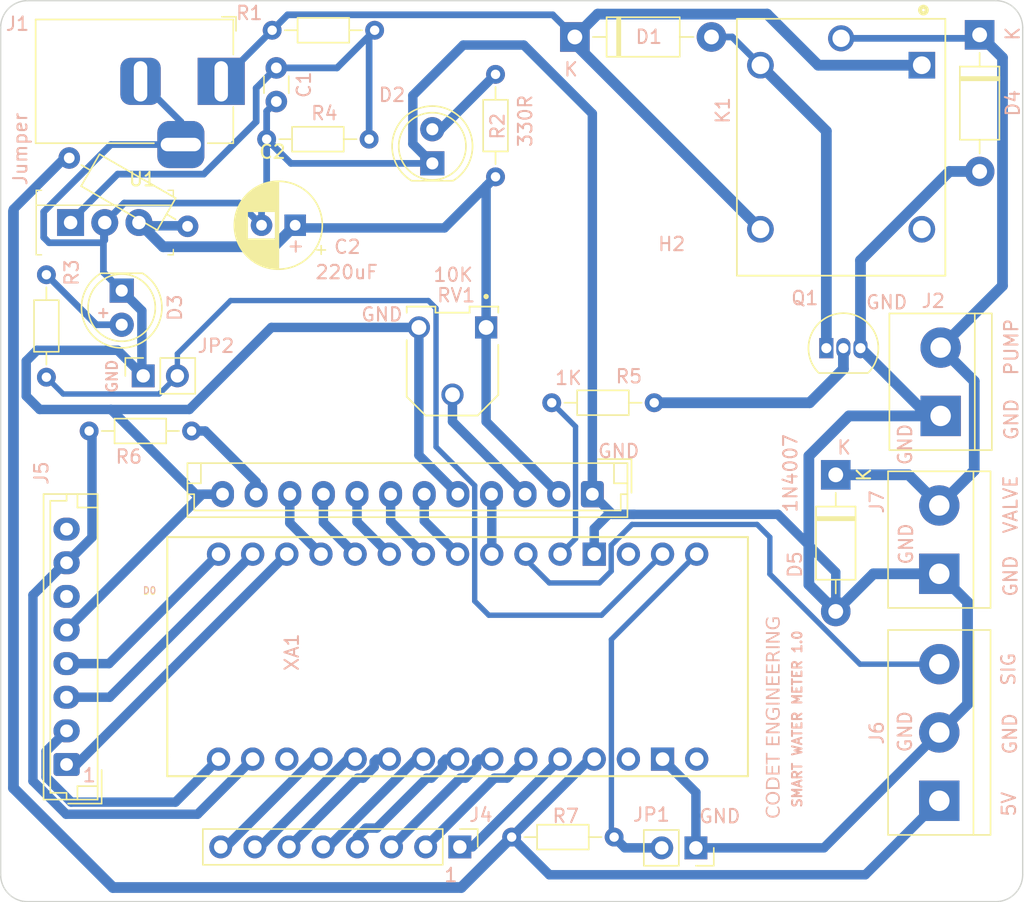
<source format=kicad_pcb>
(kicad_pcb (version 20221018) (generator pcbnew)
  (layers (0 "F.Cu" signal) (31 "B.Cu" signal) (34 "B.Paste" user) (35 "F.Paste" user) (36 "B.SilkS" user "B.Silkscreen") (37 "F.SilkS" user "F.Silkscreen") (38 "B.Mask" user) (39 "F.Mask" user) (44 "Edge.Cuts" user))
  (net 0 "")
  (net 1 "GND")
  (net 2 "5V")
  (net 3 "12V")
  (net 4 "Net-(D1-A)")
  (net 5 "Net-(D2-A)")
  (net 6 "Net-(D3-A)")
  (net 7 "Net-(D4-K)")
  (net 8 "Net-(J3-Pin_3)")
  (net 9 "Net-(J3-Pin_4)")
  (net 10 "Net-(J3-Pin_6)")
  (net 11 "Net-(J3-Pin_7)")
  (net 12 "Net-(J3-Pin_8)")
  (net 13 "Net-(J3-Pin_9)")
  (net 14 "Net-(J3-Pin_10)")
  (net 15 "Net-(J3-Pin_11)")
  (net 16 "Net-(J4-Pin_1)")
  (net 17 "Net-(J4-Pin_2)")
  (net 18 "Net-(J4-Pin_3)")
  (net 19 "Net-(J4-Pin_4)")
  (net 20 "Net-(J4-Pin_5)")
  (net 21 "Net-(J4-Pin_6)")
  (net 22 "Net-(J4-Pin_7)")
  (net 23 "Net-(J4-Pin_8)")
  (net 24 "Net-(J5-Pin_1)")
  (net 25 "Net-(J5-Pin_2)")
  (net 26 "Net-(J5-Pin_3)")
  (net 27 "Net-(J5-Pin_4)")
  (net 29 "Net-(J5-Pin_7)")
  (net 31 "SIGNAL")
  (net 33 "Net-(Q1-B)")
  (net 34 "PUMP CONTROL")
  (net 35 "START")
  (net 40 "Net-(U1-IN)")
  (net 41 "Buzzer")
  (footprint "Connector_JST:JST_EH_B8B-EH-A_1x08_P2.50mm_Vertical" (layer "F.Cu") (at 105.235786 111.745786 90)
    (fp_text reference "J5" (at 21.67 -1.87 90) (layer "B.SilkS"))
    (fp_text value "Conn_01x08_Pin" hide)
    (pad "1" thru_hole roundrect (at 0 0 90) (size 1.7 1.95) (drill 0.95) (layers "*.Cu" "*.Mask") (roundrect_rratio 0.1470588235) (net 24 "Net-(J5-Pin_1)"))
    (pad "2" thru_hole oval (at 2.5 0 90) (size 1.7 1.95) (drill 0.95) (layers "*.Cu" "*.Mask") (net 25 "Net-(J5-Pin_2)"))
    (pad "3" thru_hole oval (at 5 0 90) (size 1.7 1.95) (drill 0.95) (layers "*.Cu" "*.Mask") (net 26 "Net-(J5-Pin_3)"))
    (pad "4" thru_hole oval (at 7.5 0 90) (size 1.7 1.95) (drill 0.95) (layers "*.Cu" "*.Mask") (net 27 "Net-(J5-Pin_4)"))
    (pad "5" thru_hole oval (at 10 0 90) (size 1.7 1.95) (drill 0.95) (layers "*.Cu" "*.Mask") (net 1 "GND"))
    (pad "6" thru_hole oval (at 12.5 0 90) (size 1.7 1.95) (drill 0.95) (layers "*.Cu" "*.Mask"))
    (pad "7" thru_hole oval (at 15 0 90) (size 1.7 1.95) (drill 0.95) (layers "*.Cu" "*.Mask") (net 29 "Net-(J5-Pin_7)"))
    (pad "8" thru_hole oval (at 17.5 0 90) (size 1.7 1.95) (drill 0.95) (layers "*.Cu" "*.Mask"))
  )
  (footprint "Connector_BarrelJack:BarrelJack_Horizontal" (layer "F.Cu") (at 116.735786 60.945786)
    (fp_text reference "J1" (at -15.15 -4.28) (layer "B.SilkS"))
    (fp_text value "Barrel_Jack_Switch" hide)
    (pad "1" thru_hole rect (at 0 0) (size 3.5 3.5) (drill oval 1 3) (layers "*.Cu" "*.Mask") (net 3 "12V"))
    (pad "2" thru_hole roundrect (at -6 0) (size 3 3.5) (drill oval 1 3) (layers "*.Cu" "*.Mask") (net 1 "GND"))
    (pad "3" thru_hole roundrect (at -3 4.7) (size 3.5 3.5) (drill oval 3 1) (layers "*.Cu" "*.Mask") (net 1 "GND"))
  )
  (footprint "Resistor_THT:R_Axial_DIN0204_L3.6mm_D1.6mm_P7.62mm_Horizontal" (layer "F.Cu") (at 137.135786 68.045786 90)
    (fp_text reference "R2" (at 3.76 0.15 90) (layer "B.SilkS"))
    (fp_text value "330R" (at 4.16 2.21 90) (layer "B.SilkS"))
    (pad "1" thru_hole circle (at 0 0 90) (size 1.4 1.4) (drill 0.7) (layers "*.Cu" "*.Mask") (net 2 "5V"))
    (pad "2" thru_hole oval (at 7.62 0 90) (size 1.4 1.4) (drill 0.7) (layers "*.Cu" "*.Mask") (net 5 "Net-(D2-A)"))
  )
  (footprint "MountingHole:MountingHole_2.1mm" (layer "F.Cu") (at 150.235786 76.245786)
    (fp_text reference "H2" (at 0 -3.2) (layer "B.SilkS"))
    (fp_text value "MountingHole" hide)
    (pad "" np_thru_hole circle (at 0 0) (size 2.1 2.1) (drill 2.1) (layers "*.Cu" "*.Mask"))
  )
  (footprint "TerminalBlock:TerminalBlock_bornier-2_P5.08mm" (layer "F.Cu") (at 170.135786 97.565786 90)
    (fp_text reference "J7" hide)
    (fp_text value "Screw_Terminal_01x02" hide)
    (fp_text user "${REFERENCE}" (at 5.35 -4.64 90) (layer "B.SilkS"))
    (pad "1" thru_hole rect (at 0 0 90) (size 3 3) (drill 1.52) (layers "*.Cu" "*.Mask") (net 1 "GND"))
    (pad "2" thru_hole circle (at 5.08 0 90) (size 3 3) (drill 1.52) (layers "*.Cu" "*.Mask") (net 7 "Net-(D4-K)"))
  )
  (footprint "SRD-05VDC-SL-C:RELAY_SRD-05VDC-SL-C" (layer "F.Cu") (at 162.835786 65.845786 -90)
    (fp_text reference "K1" (at -2.74 8.8 90) (layer "B.SilkS") (effects (font (size 1.000094 1.000094))))
    (fp_text value "SRD-05VDC-SL-C" hide)
    (pad "A1" thru_hole rect (at -6.1 -6 270) (size 1.98 1.98) (drill 1.32) (layers "*.Cu" "*.Mask") (net 3 "12V"))
    (pad "A2" thru_hole circle (at -6.1 6 270) (size 1.98 1.98) (drill 1.32) (layers "*.Cu" "*.Mask") (net 4 "Net-(D1-A)"))
    (pad "COM" thru_hole circle (at -8.1 0 270) (size 1.935 1.935) (drill 1.29) (layers "*.Cu" "*.Mask") (net 7 "Net-(D4-K)"))
    (pad "NC" thru_hole circle (at 6.1 -6 270) (size 1.98 1.98) (drill 1.32) (layers "*.Cu" "*.Mask"))
    (pad "NO" thru_hole circle (at 6.1 6 270) (size 1.98 1.98) (drill 1.32) (layers "*.Cu" "*.Mask") (net 3 "12V"))
  )
  (footprint "Resistor_THT:R_Axial_DIN0207_L6.3mm_D2.5mm_P10.16mm_Horizontal" (layer "F.Cu") (at 105.435786 66.645786 -30)
    (fp_text reference "Jumper" (at -3.487332 1.239763 -90) (layer "B.SilkS"))
    (fp_text value "220R")
    (pad "1" thru_hole circle (at 0 0 330) (size 1.6 1.6) (drill 0.8) (layers "*.Cu" "*.Mask") (net 2 "5V"))
    (pad "2" thru_hole oval (at 10.16 0 330) (size 1.6 1.6) (drill 0.8) (layers "*.Cu" "*.Mask") (net 2 "5V"))
  )
  (footprint "Resistor_THT:R_Axial_DIN0204_L3.6mm_D1.6mm_P7.62mm_Horizontal" (layer "F.Cu") (at 148.935786 84.845786 180)
    (fp_text reference "R5" (at 1.88 1.96) (layer "B.SilkS"))
    (fp_text value "1K" (at 6.38 1.84) (layer "B.SilkS"))
    (pad "1" thru_hole circle (at 0 0 180) (size 1.4 1.4) (drill 0.7) (layers "*.Cu" "*.Mask") (net 33 "Net-(Q1-B)"))
    (pad "2" thru_hole oval (at 7.62 0 180) (size 1.4 1.4) (drill 0.7) (layers "*.Cu" "*.Mask") (net 34 "PUMP CONTROL"))
  )
  (footprint "Diode_THT:D_DO-41_SOD81_P10.16mm_Horizontal" (layer "F.Cu") (at 162.435786 90.205786 -90)
    (fp_text reference "D5" (at 6.67 3.03 90) (layer "B.SilkS"))
    (fp_text value "1N4007" (at -0.12 3.37 90) (layer "B.SilkS"))
    (fp_text user "SMART WATER METER 1.0" (at 18.16 2.87 90) (layer "B.SilkS") (effects (font (size 0.7 0.7))))
    (fp_text user "CODET ENGINEERING" (at 18.03 4.59 90) (layer "B.SilkS"))
    (fp_text user "K" (at 0 -2.1 90) (layer "F.SilkS"))
    (pad "1" thru_hole rect (at 0 0 270) (size 2.2 2.2) (drill 1.1) (layers "*.Cu" "*.Mask") (net 7 "Net-(D4-K)"))
    (pad "2" thru_hole oval (at 10.16 0 270) (size 2.2 2.2) (drill 1.1) (layers "*.Cu" "*.Mask") (net 1 "GND"))
  )
  (footprint "MountingHole:MountingHole_2.1mm" (layer "F.Cu") (at 110.235786 118.045786)
    (fp_text reference "H1" hide)
    (fp_text value "MountingHole" hide)
    (pad "" np_thru_hole circle (at 0 0) (size 2.1 2.1) (drill 2.1) (layers "*.Cu" "*.Mask"))
  )
  (footprint "Capacitor_THT:C_Disc_D3.0mm_W1.6mm_P2.50mm" (layer "F.Cu") (at 120.835786 59.945786 -90)
    (fp_text reference "C1" (at 1.25 -2.05 90) (layer "B.SilkS"))
    (fp_text value "0.1uF" hide)
    (pad "1" thru_hole circle (at 0 0 270) (size 1.6 1.6) (drill 0.8) (layers "*.Cu" "*.Mask") (net 40 "Net-(U1-IN)"))
    (pad "2" thru_hole circle (at 2.5 0 270) (size 1.6 1.6) (drill 0.8) (layers "*.Cu" "*.Mask") (net 1 "GND"))
  )
  (footprint "Diode_THT:D_DO-41_SOD81_P10.16mm_Horizontal" (layer "F.Cu") (at 173.135786 57.485786 -90)
    (fp_text reference "D4" (at 5.08 -2.47 90) (layer "B.SilkS"))
    (fp_text value "1N4007")
    (fp_text user "K" (at -0.08 -2.46 90) (layer "B.SilkS"))
    (pad "1" thru_hole rect (at 0 0 270) (size 2.2 2.2) (drill 1.1) (layers "*.Cu" "*.Mask") (net 7 "Net-(D4-K)"))
    (pad "2" thru_hole oval (at 10.16 0 270) (size 2.2 2.2) (drill 1.1) (layers "*.Cu" "*.Mask") (net 1 "GND"))
  )
  (footprint "Diode_THT:D_DO-41_SOD81_P10.16mm_Horizontal" (layer "F.Cu") (at 143.035786 57.645786)
    (fp_text reference "D1" (at 5.5 -0.01) (layer "B.SilkS"))
    (fp_text value "1N4007")
    (fp_text user "GND" (at 23.19 19.73) (layer "B.SilkS"))
    (fp_text user "K" (at -0.29 2.41) (layer "B.SilkS"))
    (fp_text user "K" (at 20.02 30.53) (layer "B.SilkS"))
    (pad "1" thru_hole rect (at 0 0) (size 2.2 2.2) (drill 1.1) (layers "*.Cu" "*.Mask") (net 3 "12V"))
    (pad "2" thru_hole oval (at 10.16 0) (size 2.2 2.2) (drill 1.1) (layers "*.Cu" "*.Mask") (net 4 "Net-(D1-A)"))
  )
  (footprint "Connector_PinSocket_2.54mm:PinSocket_1x02_P2.54mm_Vertical" (layer "F.Cu") (at 110.935786 82.845786 90)
    (fp_text reference "JP2" (at 2.23 5.41 180) (layer "B.SilkS"))
    (fp_text value "Jumper_2_Open" hide)
    (pad "1" thru_hole rect (at 0 0 90) (size 1.7 1.7) (drill 1) (layers "*.Cu" "*.Mask") (net 1 "GND"))
    (pad "2" thru_hole oval (at 0 2.54 90) (size 1.7 1.7) (drill 1) (layers "*.Cu" "*.Mask") (net 41 "Buzzer"))
  )
  (footprint "Resistor_THT:R_Axial_DIN0204_L3.6mm_D1.6mm_P7.62mm_Horizontal" (layer "F.Cu") (at 138.335786 117.145786)
    (fp_text reference "R7" (at 4.02 -1.57) (layer "B.SilkS"))
    (fp_text value "R")
    (pad "1" thru_hole circle (at 0 0) (size 1.4 1.4) (drill 0.7) (layers "*.Cu" "*.Mask") (net 2 "5V"))
    (pad "2" thru_hole oval (at 7.62 0) (size 1.4 1.4) (drill 0.7) (layers "*.Cu" "*.Mask") (net 35 "START"))
  )
  (footprint "Package_TO_SOT_THT:TO-92_Inline" (layer "F.Cu") (at 161.735786 80.785786)
    (fp_text reference "Q1" (at -1.6 -3.72) (layer "B.SilkS"))
    (fp_text value "BC547" hide)
    (pad "1" thru_hole rect (at 0 0) (size 1.05 1.5) (drill 0.75) (layers "*.Cu" "*.Mask") (net 4 "Net-(D1-A)"))
    (pad "2" thru_hole oval (at 1.27 0) (size 1.05 1.5) (drill 0.75) (layers "*.Cu" "*.Mask") (net 33 "Net-(Q1-B)"))
    (pad "3" thru_hole oval (at 2.54 0) (size 1.05 1.5) (drill 0.75) (layers "*.Cu" "*.Mask") (net 1 "GND"))
  )
  (footprint "Connector_JST:JST_EH_B12B-EH-A_1x12_P2.50mm_Vertical" (layer "F.Cu") (at 144.335786 91.645786 180)
    (fp_text reference "J3" hide)
    (fp_text value "Conn_01x12_Pin" hide)
    (pad "1" thru_hole roundrect (at 0 0 180) (size 1.7 1.95) (drill 0.95) (layers "*.Cu" "*.Mask") (roundrect_rratio 0.1470588235) (net 1 "GND"))
    (pad "2" thru_hole oval (at 2.5 0 180) (size 1.7 1.95) (drill 0.95) (layers "*.Cu" "*.Mask") (net 2 "5V"))
    (pad "3" thru_hole oval (at 5 0 180) (size 1.7 1.95) (drill 0.95) (layers "*.Cu" "*.Mask") (net 8 "Net-(J3-Pin_3)"))
    (pad "4" thru_hole oval (at 7.5 0 180) (size 1.7 1.95) (drill 0.95) (layers "*.Cu" "*.Mask") (net 9 "Net-(J3-Pin_4)"))
    (pad "5" thru_hole oval (at 10 0 180) (size 1.7 1.95) (drill 0.95) (layers "*.Cu" "*.Mask") (net 1 "GND"))
    (pad "6" thru_hole oval (at 12.5 0 180) (size 1.7 1.95) (drill 0.95) (layers "*.Cu" "*.Mask") (net 10 "Net-(J3-Pin_6)"))
    (pad "7" thru_hole oval (at 15 0 180) (size 1.7 1.95) (drill 0.95) (layers "*.Cu" "*.Mask") (net 11 "Net-(J3-Pin_7)"))
    (pad "8" thru_hole oval (at 17.5 0 180) (size 1.7 1.95) (drill 0.95) (layers "*.Cu" "*.Mask") (net 12 "Net-(J3-Pin_8)"))
    (pad "9" thru_hole oval (at 20 0 180) (size 1.7 1.95) (drill 0.95) (layers "*.Cu" "*.Mask") (net 13 "Net-(J3-Pin_9)"))
    (pad "10" thru_hole oval (at 22.5 0 180) (size 1.7 1.95) (drill 0.95) (layers "*.Cu" "*.Mask") (net 14 "Net-(J3-Pin_10)"))
    (pad "11" thru_hole oval (at 25 0 180) (size 1.7 1.95) (drill 0.95) (layers "*.Cu" "*.Mask") (net 15 "Net-(J3-Pin_11)"))
    (pad "12" thru_hole oval (at 27.5 0 180) (size 1.7 1.95) (drill 0.95) (layers "*.Cu" "*.Mask") (net 1 "GND"))
  )
  (footprint "LED_THT:LED_D5.0mm" (layer "F.Cu") (at 109.335786 76.505786 -90)
    (fp_text reference "D3" (at 1.27 -3.96 90) (layer "B.SilkS"))
    (fp_text value "LED" hide)
    (pad "1" thru_hole rect (at 0 0 270) (size 1.8 1.8) (drill 0.9) (layers "*.Cu" "*.Mask") (net 1 "GND"))
    (pad "2" thru_hole circle (at 2.54 0 270) (size 1.8 1.8) (drill 0.9) (layers "*.Cu" "*.Mask") (net 6 "Net-(D3-A)"))
  )
  (footprint "TerminalBlock:TerminalBlock_bornier-3_P5.08mm" (layer "F.Cu") (at 170.135786 114.445786 90)
    (fp_text reference "J6" (at 5.05 -4.65 90) (layer "B.SilkS"))
    (fp_text value "Screw_Terminal_01x03" hide)
    (pad "1" thru_hole rect (at 0 0 90) (size 3 3) (drill 1.52) (layers "*.Cu" "*.Mask") (net 2 "5V"))
    (pad "2" thru_hole circle (at 5.08 0 90) (size 3 3) (drill 1.52) (layers "*.Cu" "*.Mask") (net 1 "GND"))
    (pad "3" thru_hole circle (at 10.16 0 90) (size 3 3) (drill 1.52) (layers "*.Cu" "*.Mask") (net 31 "SIGNAL"))
  )
  (footprint "Connector_PinHeader_2.54mm:PinHeader_1x08_P2.54mm_Vertical" (layer "F.Cu") (at 134.480786 117.875786 -90)
    (fp_text reference "J4" (at -2.38 -1.565 -180) (layer "B.SilkS"))
    (fp_text value "Conn_01x07_Pin" hide)
    (fp_text user "1" (at 2.1 0.665 180) (layer "B.SilkS"))
    (fp_text user "1" (at -5.33 27.555 180) (layer "B.SilkS"))
    (pad "1" thru_hole rect (at 0 0 270) (size 1.7 1.7) (drill 1) (layers "*.Cu" "*.Mask") (net 16 "Net-(J4-Pin_1)"))
    (pad "2" thru_hole oval (at 0 2.54 270) (size 1.7 1.7) (drill 1) (layers "*.Cu" "*.Mask") (net 17 "Net-(J4-Pin_2)"))
    (pad "3" thru_hole oval (at 0 5.08 270) (size 1.7 1.7) (drill 1) (layers "*.Cu" "*.Mask") (net 18 "Net-(J4-Pin_3)"))
    (pad "4" thru_hole oval (at 0 7.62 270) (size 1.7 1.7) (drill 1) (layers "*.Cu" "*.Mask") (net 19 "Net-(J4-Pin_4)"))
    (pad "5" thru_hole oval (at 0 10.16 270) (size 1.7 1.7) (drill 1) (layers "*.Cu" "*.Mask") (net 20 "Net-(J4-Pin_5)"))
    (pad "6" thru_hole oval (at 0 12.7 270) (size 1.7 1.7) (drill 1) (layers "*.Cu" "*.Mask") (net 21 "Net-(J4-Pin_6)"))
    (pad "7" thru_hole oval (at 0 15.24 270) (size 1.7 1.7) (drill 1) (layers "*.Cu" "*.Mask") (net 22 "Net-(J4-Pin_7)"))
    (pad "8" thru_hole oval (at 0 17.78 270) (size 1.7 1.7) (drill 1) (layers "*.Cu" "*.Mask") (net 23 "Net-(J4-Pin_8)"))
  )
  (footprint "arduino-library:Arduino_Nano_Every_Socket" (layer "F.Cu") (at 112.725786 103.725786 -90)
    (fp_text reference "XA1" (at -0.33 -9.26 90) (layer "B.SilkS"))
    (fp_text value "Arduino_Nano_Every_Socket")
    (fp_text user "D0" (at -4.98 1.32 -180 unlocked) (layer "B.SilkS") (effects (font (size 0.5 0.5) (thickness 0.075)) (justify mirror)))
    (fp_text user "D0" (at -4.85 1.32 unlocked) (layer "F.SilkS") (effects (font (size 0.5 0.5) (thickness 0.075))))
    (pad "" np_thru_hole circle (at -7.62 -41.91 270) (size 1.8 1.8) (drill 1.8) (layers "*.Cu" "*.Mask"))
    (pad "" np_thru_hole circle (at -7.62 -1.27 270) (size 1.8 1.8) (drill 1.8) (layers "*.Cu" "*.Mask"))
    (pad "" np_thru_hole circle (at 7.62 -41.91 270) (size 1.8 1.8) (drill 1.8) (layers "*.Cu" "*.Mask"))
    (pad "" np_thru_hole circle (at 7.62 -1.27 270) (size 1.8 1.8) (drill 1.8) (layers "*.Cu" "*.Mask"))
    (pad "3V3" thru_hole circle (at 7.62 -6.35 270) (size 1.7272 1.7272) (drill 1.016) (layers "*.Cu" "*.Mask") (net 29 "Net-(J5-Pin_7)"))
    (pad "5V" thru_hole circle (at 7.62 -31.75 270) (size 1.7272 1.7272) (drill 1.016) (layers "*.Cu" "*.Mask") (net 2 "5V"))
    (pad "A0" thru_hole circle (at 7.62 -11.43 270) (size 1.7272 1.7272) (drill 1.016) (layers "*.Cu" "*.Mask") (net 23 "Net-(J4-Pin_8)"))
    (pad "A1" thru_hole circle (at 7.62 -13.97 270) (size 1.7272 1.7272) (drill 1.016) (layers "*.Cu" "*.Mask") (net 22 "Net-(J4-Pin_7)"))
    (pad "A2" thru_hole circle (at 7.62 -16.51 270) (size 1.7272 1.7272) (drill 1.016) (layers "*.Cu" "*.Mask") (net 21 "Net-(J4-Pin_6)"))
    (pad "A3" thru_hole circle (at 7.62 -19.05 270) (size 1.7272 1.7272) (drill 1.016) (layers "*.Cu" "*.Mask") (net 20 "Net-(J4-Pin_5)"))
    (pad "A4" thru_hole circle (at 7.62 -21.59 270) (size 1.7272 1.7272) (drill 1.016) (layers "*.Cu" "*.Mask") (net 19 "Net-(J4-Pin_4)"))
    (pad "A5" thru_hole circle (at 7.62 -24.13 270) (size 1.7272 1.7272) (drill 1.016) (layers "*.Cu" "*.Mask") (net 18 "Net-(J4-Pin_3)"))
    (pad "A6" thru_hole circle (at 7.62 -26.67 270) (size 1.7272 1.7272) (drill 1.016) (layers "*.Cu" "*.Mask") (net 17 "Net-(J4-Pin_2)"))
    (pad "A7" thru_hole circle (at 7.62 -29.21 270) (size 1.7272 1.7272) (drill 1.016) (layers "*.Cu" "*.Mask") (net 16 "Net-(J4-Pin_1)"))
    (pad "AREF" thru_hole circle (at 7.62 -8.89 270) (size 1.7272 1.7272) (drill 1.016) (layers "*.Cu" "*.Mask"))
    (pad "D0" thru_hole circle (at -7.62 -36.83 270) (size 1.7272 1.7272) (drill 1.016) (layers "*.Cu" "*.Mask") (net 41 "Buzzer"))
    (pad "D1" thru_hole circle (at -7.62 -39.37 270) (size 1.7272 1.7272) (drill 1.016) (layers "*.Cu" "*.Mask") (net 35 "START"))
    (pad "D2" thru_hole circle (at -7.62 -29.21 270) (size 1.7272 1.7272) (drill 1.016) (layers "*.Cu" "*.Mask") (net 34 "PUMP CONTROL"))
    (pad "D3" thru_hole circle (at -7.62 -26.67 270) (size 1.7272 1.7272) (drill 1.016) (layers "*.Cu" "*.Mask") (net 31 "SIGNAL"))
    (pad "D4" thru_hole circle (at -7.62 -24.13 270) (size 1.7272 1.7272) (drill 1.016) (layers "*.Cu" "*.Mask") (net 9 "Net-(J3-Pin_4)"))
    (pad "D5" thru_hole circle (at -7.62 -21.59 270) (size 1.7272 1.7272) (drill 1.016) (layers "*.Cu" "*.Mask") (net 10 "Net-(J3-Pin_6)"))
    (pad "D6" thru_hole circle (at -7.62 -19.05 270) (size 1.7272 1.7272) (drill 1.016) (layers "*.Cu" "*.Mask") (net 11 "Net-(J3-Pin_7)"))
    (pad "D7" thru_hole circle (at -7.62 -16.51 270) (size 1.7272 1.7272) (drill 1.016) (layers "*.Cu" "*.Mask") (net 12 "Net-(J3-Pin_8)"))
    (pad "D8" thru_hole circle (at -7.62 -13.97 270) (size 1.7272 1.7272) (drill 1.016) (layers "*.Cu" "*.Mask") (net 13 "Net-(J3-Pin_9)"))
    (pad "D9" thru_hole circle (at -7.62 -11.43 270) (size 1.7272 1.7272) (drill 1.016) (layers "*.Cu" "*.Mask") (net 14 "Net-(J3-Pin_10)"))
    (pad "D10" thru_hole circle (at -7.62 -8.89 270) (size 1.7272 1.7272) (drill 1.016) (layers "*.Cu" "*.Mask") (net 24 "Net-(J5-Pin_1)"))
    (pad "D11" thru_hole circle (at -7.62 -6.35 270) (size 1.7272 1.7272) (drill 1.016) (layers "*.Cu" "*.Mask") (net 26 "Net-(J5-Pin_3)"))
    (pad "D12" thru_hole circle (at -7.62 -3.81 270) (size 1.7272 1.7272) (drill 1.016) (layers "*.Cu" "*.Mask") (net 27 "Net-(J5-Pin_4)"))
    (pad "D13" thru_hole circle (at 7.62 -3.81 270) (size 1.7272 1.7272) (drill 1.016) (layers "*.Cu" "*.Mask") (net 25 "Net-(J5-Pin_2)"))
    (pad "GND1" thru_hole rect (at -7.62 -31.75 270) (size 1.7272 1.7272) (drill 1.016) (layers "*.Cu" "*.Mask") (net 1 "GND"))
    (pad "GND2" thru_hole rect (at 7.62 -36.83 270) (size 1.7272 1.7272) (drill 1.016) (layers "*.Cu" "*.Mask") (net 1 "GND"))
    (pad "RST1" thru_hole circle (at -7.62 -34.29 270) (size 1.7272 1.7272) (drill 1.016) (layers "*.Cu" "*.Mask"))
    (pad "RST2" thru_hole circle (at 7.62 -34.29 270) (size 1.7272 1.7272) (drill 1.016) (layers "*.Cu" "*.Mask"))
    (pad "VIN" thru_hole circle (at 7.62 -39.37 270) (size 1.7272 1.7272) (drill 1.016) (layers "*.Cu" "*.Mask"))
  )
  (footprint "Resistor_THT:R_Axial_DIN0204_L3.6mm_D1.6mm_P7.62mm_Horizontal" (layer "F.Cu") (at 120.525786 57.145786)
    (fp_text reference "R1" (at -1.7 -1.28) (layer "B.SilkS"))
    (fp_text value "R")
    (pad "1" thru_hole circle (at 0 0) (size 1.4 1.4) (drill 0.7) (layers "*.Cu" "*.Mask") (net 3 "12V"))
    (pad "2" thru_hole oval (at 7.62 0) (size 1.4 1.4) (drill 0.7) (layers "*.Cu" "*.Mask") (net 40 "Net-(U1-IN)"))
  )
  (footprint "Resistor_THT:R_Axial_DIN0204_L3.6mm_D1.6mm_P7.62mm_Horizontal" (layer "F.Cu") (at 127.735786 65.245786 180)
    (fp_text reference "R4" (at 3.33 1.93) (layer "B.SilkS"))
    (fp_text value "R")
    (pad "1" thru_hole circle (at 0 0 180) (size 1.4 1.4) (drill 0.7) (layers "*.Cu" "*.Mask") (net 40 "Net-(U1-IN)"))
    (pad "2" thru_hole oval (at 7.62 0 180) (size 1.4 1.4) (drill 0.7) (layers "*.Cu" "*.Mask") (net 1 "GND"))
  )
  (footprint "TerminalBlock:TerminalBlock_bornier-2_P5.08mm" (layer "F.Cu") (at 170.235786 85.825786 90)
    (fp_text reference "J2" (at 8.55 -0.55 180) (layer "B.SilkS"))
    (fp_text value "Screw_Terminal_01x02" hide)
    (pad "1" thru_hole rect (at 0 0 90) (size 3 3) (drill 1.52) (layers "*.Cu" "*.Mask") (net 1 "GND"))
    (pad "2" thru_hole circle (at 5.08 0 90) (size 3 3) (drill 1.52) (layers "*.Cu" "*.Mask") (net 7 "Net-(D4-K)"))
  )
  (footprint "3306F-1-103:TRIM_3306F-1-103" (layer "F.Cu") (at 133.935786 81.745786 90)
    (fp_text reference "RV1" (at 4.89 0.27 180) (layer "B.SilkS"))
    (fp_text value "10K" (at 6.41 0.05 180) (layer "B.SilkS"))
    (pad "1" thru_hole rect (at 2.5 2.5 90) (size 1.65 1.65) (drill 1.1) (layers "*.Cu" "*.Mask") (net 2 "5V"))
    (pad "2" thru_hole circle (at -2.5 0 90) (size 1.65 1.65) (drill 1.1) (layers "*.Cu" "*.Mask") (net 8 "Net-(J3-Pin_3)"))
    (pad "3" thru_hole circle (at 2.5 -2.5 90) (size 1.65 1.65) (drill 1.1) (layers "*.Cu" "*.Mask") (net 1 "GND"))
  )
  (footprint "Connector_PinSocket_2.54mm:PinSocket_1x02_P2.54mm_Vertical" (layer "F.Cu") (at 152.035786 117.945786 -90)
    (fp_text reference "JP1" (at -2.47 3.31 180) (layer "B.SilkS"))
    (fp_text value "Jumper_2_Open" hide)
    (fp_text user "GND" (at -8.48 -23.36 -90) (layer "B.SilkS"))
    (fp_text user "GND" (at -20.21 -23.4 -90) (layer "B.SilkS"))
    (fp_text user "GND" (at -22.6 -15.63 -90) (layer "B.SilkS"))
    (fp_text user "+" (at -39.77 44.13 90) (layer "B.SilkS") (effects (font (size 0.8 0.8))))
    (fp_text user "GND" (at -2.35 -1.78 180) (layer "B.SilkS"))
    (fp_text user "GND" (at -30 -15.56 -90) (layer "B.SilkS"))
    (fp_text user "PUMP" (at -37.24 -23.46 -90) (layer "B.SilkS"))
    (fp_text user "VALVE" (at -25.54 -23.4 -90) (layer "B.SilkS"))
    (fp_text user "5V" (at -3.25 -23.28 -90) (layer "B.SilkS"))
    (fp_text user "GND" (at -31.86 -23.46 -90) (layer "B.SilkS"))
    (fp_text user "GND" (at -29.5 5.74 180) (layer "B.SilkS"))
    (fp_text user "GND" (at -8.64 -15.55 -90) (layer "B.SilkS"))
    (fp_text user "GND" (at -35.07 43.42 90) (layer "B.SilkS") (effects (font (size 0.8 0.8))))
    (fp_text user "SIG" (at -13.28 -23.24 -90) (layer "B.SilkS"))
    (fp_text user "+" (at -44.72 29.83 90) (layer "B.SilkS"))
    (fp_text user "GND" (at -39.66 23.35 180) (layer "B.SilkS"))
    (pad "1" thru_hole rect (at 0 0 270) (size 1.7 1.7) (drill 1) (layers "*.Cu" "*.Mask") (net 1 "GND"))
    (pad "2" thru_hole oval (at 0 2.54 270) (size 1.7 1.7) (drill 1) (layers "*.Cu" "*.Mask") (net 35 "START"))
  )
  (footprint "Capacitor_THT:CP_Radial_D6.3mm_P2.50mm" (layer "F.Cu") (at 122.235786 71.645786 180)
    (fp_text reference "C2" (at 1.69 5.46) (layer "F.SilkS"))
    (fp_text value "220uF" (at -3.83 -3.49) (layer "B.SilkS"))
    (fp_text user "${REFERENCE}" (at -3.88 -1.61) (layer "B.SilkS"))
    (pad "1" thru_hole rect (at 0 0 180) (size 1.6 1.6) (drill 0.8) (layers "*.Cu" "*.Mask") (net 2 "5V"))
    (pad "2" thru_hole circle (at 2.5 0 180) (size 1.6 1.6) (drill 0.8) (layers "*.Cu" "*.Mask") (net 1 "GND"))
  )
  (footprint "Resistor_THT:R_Axial_DIN0204_L3.6mm_D1.6mm_P7.62mm_Horizontal" (layer "F.Cu") (at 103.735786 82.945786 90)
    (fp_text reference "R3" (at 7.78 1.88 90) (layer "B.SilkS"))
    (fp_text value "220R")
    (pad "1" thru_hole circle (at 0 0 90) (size 1.4 1.4) (drill 0.7) (layers "*.Cu" "*.Mask") (net 41 "Buzzer"))
    (pad "2" thru_hole oval (at 7.62 0 90) (size 1.4 1.4) (drill 0.7) (layers "*.Cu" "*.Mask") (net 6 "Net-(D3-A)"))
  )
  (footprint "Resistor_THT:R_Axial_DIN0204_L3.6mm_D1.6mm_P7.62mm_Horizontal" (layer "F.Cu") (at 114.535786 86.945786 180)
    (fp_text reference "R6" (at 4.67 -1.91) (layer "B.SilkS"))
    (fp_text value "220R" hide)
    (pad "1" thru_hole circle (at 0 0 180) (size 1.4 1.4) (drill 0.7) (layers "*.Cu" "*.Mask") (net 15 "Net-(J3-Pin_11)"))
    (pad "2" thru_hole oval (at 7.62 0 180) (size 1.4 1.4) (drill 0.7) (layers "*.Cu" "*.Mask") (net 29 "Net-(J5-Pin_7)"))
  )
  (footprint "digikey-footprints:TO-220-3" (layer "F.Cu") (at 105.535786 71.445786)
    (fp_text reference "U1" (at 5.34 -3.22) (layer "F.SilkS"))
    (fp_text value "L7805CV" hide)
    (pad "1" thru_hole rect (at 0 0) (size 2 2) (drill 1) (layers "*.Cu" "*.Mask") (net 40 "Net-(U1-IN)"))
    (pad "2" thru_hole circle (at 2.54 0) (size 2 2) (drill 1) (layers "*.Cu" "*.Mask") (net 1 "GND"))
    (pad "3" thru_hole circle (at 5.08 0) (size 2 2) (drill 1) (layers "*.Cu" "*.Mask") (net 2 "5V"))
  )
  (footprint "LED_THT:LED_D5.0mm" (layer "F.Cu") (at 132.435786 67.045786 90)
    (fp_text reference "D2" (at 5.09 -3 180) (layer "B.SilkS"))
    (fp_text value "LED" hide)
    (pad "1" thru_hole rect (at 0 0 90) (size 1.8 1.8) (drill 0.9) (layers "*.Cu" "*.Mask") (net 1 "GND"))
    (pad "2" thru_hole circle (at 2.54 0 90) (size 1.8 1.8) (drill 0.9) (layers "*.Cu" "*.Mask") (net 5 "Net-(D2-A)"))
  )
  (gr_arc (start 176.335786 119.945786) (mid 175.75 121.36) (end 174.335786 121.945786) (stroke (width 0.1)) (layer "Edge.Cuts"))
  (gr_line (start 100.335786 119.945786) (end 100.335786 56.945786) (stroke (width 0.1)) (layer "Edge.Cuts"))
  (gr_arc (start 102.335786 121.945786) (mid 100.921572 121.36) (end 100.335786 119.945786) (stroke (width 0.1)) (layer "Edge.Cuts"))
  (gr_line (start 102.335786 54.945786) (end 174.335786 54.945786) (stroke (width 0.1)) (layer "Edge.Cuts"))
  (gr_line (start 176.335786 56.945786) (end 176.335786 119.945786) (stroke (width 0.1)) (layer "Edge.Cuts"))
  (gr_arc (start 100.335786 56.945786) (mid 100.921572 55.531572) (end 102.335786 54.945786) (stroke (width 0.1)) (layer "Edge.Cuts"))
  (gr_line (start 174.335786 121.945786) (end 102.335786 121.945786) (stroke (width 0.1)) (layer "Edge.Cuts"))
  (gr_arc (start 174.335786 54.945786) (mid 175.75 55.531572) (end 176.335786 56.945786) (stroke (width 0.1)) (layer "Edge.Cuts"))
  (segment (start 108.075786 71.445786) (end 109.525786 69.995786) (width 0.5) (layer "B.Cu") (net 1))
  (segment (start 108.075786 71.445786) (end 108.075786 72.759999) (width 0.5) (layer "B.Cu") (net 1))
  (segment (start 103.535786 70.645786) (end 108.535786 65.645786) (width 0.5) (layer "B.Cu") (net 1))
  (segment (start 113.735786 65.685786) (end 113.735786 65.645786) (width 0.5) (layer "B.Cu") (net 1))
  (segment (start 120.115786 65.245786) (end 120.115786 63.165786) (width 0.5) (layer "B.Cu") (net 1))
  (segment (start 120.115786 65.245786) (end 120.115786 68.765786) (width 0.5) (layer "B.Cu") (net 1))
  (segment (start 131.435786 88.745786) (end 134.335786 91.645786) (width 0.7) (layer "B.Cu") (net 1))
  (segment (start 120.115786 63.165786) (end 120.835786 62.445786) (width 0.5) (layer "B.Cu") (net 1))
  (segment (start 113.735786 65.645786) (end 113.735786 63.945786) (width 0.5) (layer "B.Cu") (net 1))
  (segment (start 170.135786 109.365786) (end 172.235786 107.265786) (width 0.8) (layer "B.Cu") (net 1))
  (segment (start 103.935786 72.945786) (end 103.535786 72.545786) (width 0.5) (layer "B.Cu") (net 1))
  (segment (start 120.468019 79.245786) (end 114.368019 85.345786) (width 0.7) (layer "B.Cu") (net 1))
  (segment (start 160.435786 88.805786) (end 163.415786 85.825786) (width 0.8) (layer "B.Cu") (net 1))
  (segment (start 103.235786 85.345786) (end 102.235786 84.345786) (width 0.7) (layer "B.Cu") (net 1))
  (segment (start 114.368019 85.345786) (end 108.535786 85.345786) (width 0.7) (layer "B.Cu") (net 1))
  (segment (start 130.985786 61.995786) (end 130.985786 65.595786) (width 0.7) (layer "B.Cu") (net 1))
  (segment (start 152.035786 117.945786) (end 152.035786 113.825786) (width 0.7) (layer "B.Cu") (net 1))
  (segment (start 116.835786 91.645786) (end 114.835786 91.645786) (width 0.7) (layer "B.Cu") (net 1))
  (segment (start 147.435786 93.145786) (end 145.835786 93.145786) (width 0.7) (layer "B.Cu") (net 1))
  (segment (start 144.335786 91.645786) (end 144.335786 63.345786) (width 0.7) (layer "B.Cu") (net 1))
  (segment (start 144.475786 94.205786) (end 144.475786 96.105786) (width 0.7) (layer "B.Cu") (net 1))
  (segment (start 109.035786 80.945786) (end 110.935786 82.845786) (width 0.7) (layer "B.Cu") (net 1))
  (segment (start 162.435786 100.365786) (end 162.435786 97.445786) (width 0.7) (layer "B.Cu") (net 1))
  (segment (start 130.985786 65.595786) (end 132.435786 67.045786) (width 0.7) (layer "B.Cu") (net 1))
  (segment (start 107.975786 75.145786) (end 109.335786 76.505786) (width 0.5) (layer "B.Cu") (net 1))
  (segment (start 144.335786 63.345786) (end 139.235786 58.245786) (width 0.7) (layer "B.Cu") (net 1))
  (segment (start 109.525786 69.995786) (end 118.085786 69.995786) (width 0.5) (layer "B.Cu") (net 1))
  (segment (start 160.435786 98.365786) (end 160.435786 88.805786) (width 0.8) (layer "B.Cu") (net 1))
  (segment (start 105.235786 101.745786) (end 115.335786 91.645786) (width 0.7) (layer "B.Cu") (net 1))
  (segment (start 121.915786 67.045786) (end 120.115786 65.245786) (width 0.5) (layer "B.Cu") (net 1))
  (segment (start 113.735786 63.945786) (end 110.735786 60.945786) (width 0.5) (layer "B.Cu") (net 1))
  (segment (start 108.535786 85.345786) (end 103.235786 85.345786) (width 0.7) (layer "B.Cu") (net 1))
  (segment (start 172.235786 107.265786) (end 172.235786 99.665786) (width 0.8) (layer "B.Cu") (net 1))
  (segment (start 103.035786 80.945786) (end 109.035786 80.945786) (width 0.7) (layer "B.Cu") (net 1))
  (segment (start 132.435786 67.045786) (end 121.915786 67.045786) (width 0.5) (layer "B.Cu") (net 1))
  (segment (start 165.235786 97.565786) (end 162.435786 100.365786) (width 0.8) (layer "B.Cu") (net 1))
  (segment (start 170.887186 67.645786) (end 164.275786 74.257186) (width 0.8) (layer "B.Cu") (net 1))
  (segment (start 108.075786 71.445786) (end 107.975786 71.545786) (width 0.5) (layer "B.Cu") (net 1))
  (segment (start 147.435786 93.145786) (end 145.535786 93.145786) (width 0.7) (layer "B.Cu") (net 1))
  (segment (start 131.435786 79.245786) (end 131.435786 88.745786) (width 0.7) (layer "B.Cu") (net 1))
  (segment (start 118.085786 69.995786) (end 119.735786 71.645786) (width 0.5) (layer "B.Cu") (net 1))
  (segment (start 108.075786 72.759999) (end 107.889999 72.945786) (width 0.5) (layer "B.Cu") (net 1))
  (segment (start 162.435786 100.365786) (end 160.435786 98.365786) (width 0.8) (layer "B.Cu") (net 1))
  (segment (start 152.035786 113.825786) (end 149.555786 111.345786) (width 0.7) (layer "B.Cu") (net 1))
  (segment (start 109.335786 76.505786) (end 110.835786 78.005786) (width 0.7) (layer "B.Cu") (net 1))
  (segment (start 107.889999 72.945786) (end 103.935786 72.945786) (width 0.5) (layer "B.Cu") (net 1))
  (segment (start 170.135786 97.565786) (end 165.235786 97.565786) (width 0.8) (layer "B.Cu") (net 1))
  (segment (start 110.835786 78.005786) (end 110.835786 82.745786) (width 0.7) (layer "B.Cu") (net 1))
  (segment (start 102.235786 84.345786) (end 102.235786 81.745786) (width 0.7) (layer "B.Cu") (net 1))
  (segment (start 115.335786 91.645786) (end 116.835786 91.645786) (width 0.7) (layer "B.Cu") (net 1))
  (segment (start 170.235786 85.825786) (end 169.315786 85.825786) (width 0.8) (layer "B.Cu") (net 1))
  (segment (start 114.835786 91.645786) (end 108.535786 85.345786) (width 0.7) (layer "B.Cu") (net 1))
  (segment (start 139.235786 58.245786) (end 134.735786 58.245786) (width 0.7) (layer "B.Cu") (net 1))
  (segment (start 119.735786 69.145786) (end 119.735786 71.645786) (width 0.5) (layer "B.Cu") (net 1))
  (segment (start 169.315786 85.825786) (end 164.275786 80.785786) (width 0.8) (layer "B.Cu") (net 1))
  (segment (start 108.535786 65.645786) (end 113.735786 65.645786) (width 0.5) (layer "B.Cu") (net 1))
  (segment (start 102.235786 81.745786) (end 103.035786 80.945786) (width 0.7) (layer "B.Cu") (net 1))
  (segment (start 164.275786 74.257186) (end 164.275786 80.785786) (width 0.8) (layer "B.Cu") (net 1))
  (segment (start 161.555786 117.945786) (end 170.135786 109.365786) (width 0.7) (layer "B.Cu") (net 1))
  (segment (start 162.435786 97.445786) (end 158.135786 93.145786) (width 0.7) (layer "B.Cu") (net 1))
  (segment (start 172.235786 99.665786) (end 170.135786 97.565786) (width 0.8) (layer "B.Cu") (net 1))
  (segment (start 134.735786 58.245786) (end 130.985786 61.995786) (width 0.7) (layer "B.Cu") (net 1))
  (segment (start 158.135786 93.145786) (end 147.435786 93.145786) (width 0.7) (layer "B.Cu") (net 1))
  (segment (start 152.035786 117.945786) (end 161.555786 117.945786) (width 0.7) (layer "B.Cu") (net 1))
  (segment (start 131.435786 79.245786) (end 120.468019 79.245786) (width 0.7) (layer "B.Cu") (net 1))
  (segment (start 145.835786 93.145786) (end 144.335786 91.645786) (width 0.7) (layer "B.Cu") (net 1))
  (segment (start 173.135786 67.645786) (end 170.887186 67.645786) (width 0.8) (layer "B.Cu") (net 1))
  (segment (start 163.415786 85.825786) (end 170.235786 85.825786) (width 0.8) (layer "B.Cu") (net 1))
  (segment (start 145.535786 93.145786) (end 144.475786 94.205786) (width 0.7) (layer "B.Cu") (net 1))
  (segment (start 103.535786 72.545786) (end 103.535786 70.645786) (width 0.5) (layer "B.Cu") (net 1))
  (segment (start 120.115786 68.765786) (end 119.735786 69.145786) (width 0.5) (layer "B.Cu") (net 1))
  (segment (start 107.975786 71.545786) (end 107.975786 75.145786) (width 0.5) (layer "B.Cu") (net 1))
  (segment (start 110.835786 82.745786) (end 110.935786 82.845786) (width 0.7) (layer "B.Cu") (net 1))
  (segment (start 138.335786 117.145786) (end 134.585786 120.895786) (width 0.8) (layer "B.Cu") (net 2))
  (segment (start 114.234604 71.725786) (end 114.194604 71.685786) (width 0.7) (layer "B.Cu") (net 2))
  (segment (start 101.285786 113.495786) (end 101.285786 70.595786) (width 0.8) (layer "B.Cu") (net 2))
  (segment (start 134.585786 120.895786) (end 108.685786 120.895786) (width 0.8) (layer "B.Cu") (net 2))
  (segment (start 112.415786 73.245786) (end 120.635786 73.245786) (width 0.8) (layer "B.Cu") (net 2))
  (segment (start 122.235786 71.645786) (end 122.435786 71.845786) (width 0.7) (layer "B.Cu") (net 2))
  (segment (start 110.615786 71.445786) (end 112.415786 73.245786) (width 0.8) (layer "B.Cu") (net 2))
  (segment (start 136.435786 68.745786) (end 137.135786 68.045786) (width 0.7) (layer "B.Cu") (net 2))
  (segment (start 136.435786 86.245786) (end 141.835786 91.645786) (width 0.7) (layer "B.Cu") (net 2))
  (segment (start 114.194604 71.685786) (end 110.855786 71.685786) (width 0.7) (layer "B.Cu") (net 2))
  (segment (start 136.435786 79.245786) (end 136.435786 68.745786) (width 0.7) (layer "B.Cu") (net 2))
  (segment (start 101.285786 70.456377) (end 101.285786 70.595786) (width 0.7) (layer "B.Cu") (net 2))
  (segment (start 141.135786 119.945786) (end 164.635786 119.945786) (width 0.7) (layer "B.Cu") (net 2))
  (segment (start 144.135786 111.345786) (end 144.475786 111.345786) (width 0.7) (layer "B.Cu") (net 2))
  (segment (start 133.335786 71.845786) (end 137.135786 68.045786) (width 0.7) (layer "B.Cu") (net 2))
  (segment (start 105.096377 66.645786) (end 101.285786 70.456377) (width 0.7) (layer "B.Cu") (net 2))
  (segment (start 108.685786 120.895786) (end 101.285786 113.495786) (width 0.8) (layer "B.Cu") (net 2))
  (segment (start 105.435786 66.645786) (end 105.096377 66.645786) (width 0.7) (layer "B.Cu") (net 2))
  (segment (start 120.635786 73.245786) (end 122.235786 71.645786) (width 0.8) (layer "B.Cu") (net 2))
  (segment (start 164.635786 119.945786) (end 170.135786 114.445786) (width 0.7) (layer "B.Cu") (net 2))
  (segment (start 138.335786 117.145786) (end 141.135786 119.945786) (width 0.7) (layer "B.Cu") (net 2))
  (segment (start 136.435786 79.245786) (end 136.435786 86.245786) (width 0.7) (layer "B.Cu") (net 2))
  (segment (start 138.335786 117.145786) (end 144.135786 111.345786) (width 0.7) (layer "B.Cu") (net 2))
  (segment (start 122.435786 71.845786) (end 133.335786 71.845786) (width 0.7) (layer "B.Cu") (net 2))
  (segment (start 110.855786 71.685786) (end 110.615786 71.445786) (width 0.7) (layer "B.Cu") (net 2))
  (segment (start 161.135786 59.745786) (end 168.835786 59.745786) (width 0.8) (layer "B.Cu") (net 3))
  (segment (start 144.735786 55.945786) (end 157.335786 55.945786) (width 0.8) (layer "B.Cu") (net 3))
  (segment (start 120.525786 57.145786) (end 121.675786 55.995786) (width 0.5) (layer "B.Cu") (net 3))
  (segment (start 143.035786 58.145786) (end 156.835786 71.945786) (width 0.8) (layer "B.Cu") (net 3))
  (segment (start 141.385786 55.995786) (end 143.035786 57.645786) (width 0.5) (layer "B.Cu") (net 3))
  (segment (start 157.335786 55.945786) (end 161.135786 59.745786) (width 0.8) (layer "B.Cu") (net 3))
  (segment (start 116.735786 60.945786) (end 116.735786 60.935786) (width 0.5) (layer "B.Cu") (net 3))
  (segment (start 143.035786 57.645786) (end 143.035786 58.145786) (width 0.8) (layer "B.Cu") (net 3))
  (segment (start 121.675786 55.995786) (end 141.385786 55.995786) (width 0.5) (layer "B.Cu") (net 3))
  (segment (start 116.735786 60.935786) (end 120.525786 57.145786) (width 0.5) (layer "B.Cu") (net 3))
  (segment (start 143.035786 57.645786) (end 144.735786 55.945786) (width 0.8) (layer "B.Cu") (net 3))
  (segment (start 154.735786 57.645786) (end 156.835786 59.745786) (width 0.5) (layer "B.Cu") (net 4))
  (segment (start 161.735786 64.645786) (end 156.835786 59.745786) (width 0.8) (layer "B.Cu") (net 4))
  (segment (start 161.735786 80.785786) (end 161.735786 64.645786) (width 0.8) (layer "B.Cu") (net 4))
  (segment (start 153.195786 57.645786) (end 154.735786 57.645786) (width 0.5) (layer "B.Cu") (net 4))
  (segment (start 133.055786 64.505786) (end 137.135786 60.425786) (width 0.7) (layer "B.Cu") (net 5))
  (segment (start 132.435786 64.505786) (end 133.055786 64.505786) (width 0.7) (layer "B.Cu") (net 5))
  (segment (start 107.455786 79.045786) (end 103.735786 75.325786) (width 0.5) (layer "B.Cu") (net 6))
  (segment (start 109.335786 79.045786) (end 107.455786 79.045786) (width 0.5) (layer "B.Cu") (net 6))
  (segment (start 167.855786 90.205786) (end 170.135786 92.485786) (width 0.8) (layer "B.Cu") (net 7))
  (segment (start 173.135786 57.485786) (end 174.835786 59.185786) (width 0.8) (layer "B.Cu") (net 7))
  (segment (start 162.435786 90.205786) (end 167.855786 90.205786) (width 0.8) (layer "B.Cu") (net 7))
  (segment (start 162.835786 57.745786) (end 172.875786 57.745786) (width 0.5) (layer "B.Cu") (net 7))
  (segment (start 174.835786 76.145786) (end 170.235786 80.745786) (width 0.8) (layer "B.Cu") (net 7))
  (segment (start 174.835786 59.185786) (end 174.835786 76.145786) (width 0.8) (layer "B.Cu") (net 7))
  (segment (start 172.875786 57.745786) (end 173.135786 57.485786) (width 0.5) (layer "B.Cu") (net 7))
  (segment (start 170.235786 80.745786) (end 172.735786 83.245786) (width 0.8) (layer "B.Cu") (net 7))
  (segment (start 172.735786 89.885786) (end 170.135786 92.485786) (width 0.8) (layer "B.Cu") (net 7))
  (segment (start 172.735786 83.245786) (end 172.735786 89.885786) (width 0.8) (layer "B.Cu") (net 7))
  (segment (start 133.935786 86.245786) (end 139.335786 91.645786) (width 0.7) (layer "B.Cu") (net 8))
  (segment (start 133.935786 84.245786) (end 133.935786 86.245786) (width 0.7) (layer "B.Cu") (net 8))
  (segment (start 136.855786 96.105786) (end 136.855786 91.665786) (width 0.7) (layer "B.Cu") (net 9))
  (segment (start 136.855786 91.665786) (end 136.835786 91.645786) (width 0.7) (layer "B.Cu") (net 9))
  (segment (start 131.835786 91.645786) (end 131.835786 93.625786) (width 0.7) (layer "B.Cu") (net 10))
  (segment (start 131.835786 93.625786) (end 134.315786 96.105786) (width 0.7) (layer "B.Cu") (net 10))
  (segment (start 129.335786 91.645786) (end 129.335786 93.665786) (width 0.7) (layer "B.Cu") (net 11))
  (segment (start 129.335786 93.665786) (end 131.775786 96.105786) (width 0.7) (layer "B.Cu") (net 11))
  (segment (start 126.835786 93.705786) (end 129.235786 96.105786) (width 0.7) (layer "B.Cu") (net 12))
  (segment (start 126.835786 91.645786) (end 126.835786 93.705786) (width 0.7) (layer "B.Cu") (net 12))
  (segment (start 124.335786 93.745786) (end 126.695786 96.105786) (width 0.7) (layer "B.Cu") (net 13))
  (segment (start 124.335786 91.645786) (end 124.335786 93.745786) (width 0.7) (layer "B.Cu") (net 13))
  (segment (start 121.835786 91.645786) (end 121.835786 93.785786) (width 0.7) (layer "B.Cu") (net 14))
  (segment (start 121.835786 93.785786) (end 124.155786 96.105786) (width 0.7) (layer "B.Cu") (net 14))
  (segment (start 119.335786 90.735786) (end 115.545786 86.945786) (width 0.7) (layer "B.Cu") (net 15))
  (segment (start 119.335786 91.645786) (end 119.335786 90.735786) (width 0.7) (layer "B.Cu") (net 15))
  (segment (start 115.545786 86.945786) (end 114.535786 86.945786) (width 0.7) (layer "B.Cu") (net 15))
  (segment (start 135.405786 117.875786) (end 141.935786 111.345786) (width 0.7) (layer "B.Cu") (net 16))
  (segment (start 134.480786 117.875786) (end 135.405786 117.875786) (width 0.7) (layer "B.Cu") (net 16))
  (segment (start 131.940786 117.875786) (end 137.057186 112.759386) (width 0.7) (layer "B.Cu") (net 17))
  (segment (start 137.982186 112.759386) (end 139.395786 111.345786) (width 0.7) (layer "B.Cu") (net 17))
  (segment (start 137.057186 112.759386) (end 137.982186 112.759386) (width 0.7) (layer "B.Cu") (net 17))
  (segment (start 135.729386 111.547186) (end 135.930786 111.345786) (width 0.7) (layer "B.Cu") (net 18))
  (segment (start 134.901319 112.759386) (end 135.729386 111.931319) (width 0.7) (layer "B.Cu") (net 18))
  (segment (start 135.930786 111.345786) (end 136.855786 111.345786) (width 0.7) (layer "B.Cu") (net 18))
  (segment (start 129.400786 117.875786) (end 134.517186 112.759386) (width 0.7) (layer "B.Cu") (net 18))
  (segment (start 135.729386 111.931319) (end 135.729386 111.547186) (width 0.7) (layer "B.Cu") (net 18))
  (segment (start 134.517186 112.759386) (end 134.901319 112.759386) (width 0.7) (layer "B.Cu") (net 18))
  (segment (start 126.860786 117.120786) (end 127.505786 116.475786) (width 0.7) (layer "B.Cu") (net 19))
  (segment (start 132.361319 112.759386) (end 133.189386 111.931319) (width 0.7) (layer "B.Cu") (net 19))
  (segment (start 133.189386 111.931319) (end 133.189386 111.592186) (width 0.7) (layer "B.Cu") (net 19))
  (segment (start 133.435786 111.345786) (end 134.315786 111.345786) (width 0.7) (layer "B.Cu") (net 19))
  (segment (start 126.860786 117.875786) (end 126.860786 117.120786) (width 0.7) (layer "B.Cu") (net 19))
  (segment (start 128.305786 116.475786) (end 132.022186 112.759386) (width 0.7) (layer "B.Cu") (net 19))
  (segment (start 127.505786 116.475786) (end 128.305786 116.475786) (width 0.7) (layer "B.Cu") (net 19))
  (segment (start 132.022186 112.759386) (end 132.361319 112.759386) (width 0.7) (layer "B.Cu") (net 19))
  (segment (start 133.189386 111.592186) (end 133.435786 111.345786) (width 0.7) (layer "B.Cu") (net 19))
  (segment (start 124.320786 117.875786) (end 124.704919 117.875786) (width 0.7) (layer "B.Cu") (net 20))
  (segment (start 124.704919 117.875786) (end 131.234919 111.345786) (width 0.7) (layer "B.Cu") (net 20))
  (segment (start 131.234919 111.345786) (end 131.775786 111.345786) (width 0.7) (layer "B.Cu") (net 20))
  (segment (start 128.109386 111.547186) (end 128.310786 111.345786) (width 0.7) (layer "B.Cu") (net 21))
  (segment (start 121.780786 117.875786) (end 126.897186 112.759386) (width 0.7) (layer "B.Cu") (net 21))
  (segment (start 128.109386 111.931319) (end 128.109386 111.547186) (width 0.7) (layer "B.Cu") (net 21))
  (segment (start 126.897186 112.759386) (end 127.281319 112.759386) (width 0.7) (layer "B.Cu") (net 21))
  (segment (start 128.310786 111.345786) (end 129.235786 111.345786) (width 0.7) (layer "B.Cu") (net 21))
  (segment (start 127.281319 112.759386) (end 128.109386 111.931319) (width 0.7) (layer "B.Cu") (net 21))
  (segment (start 126.154919 111.345786) (end 126.695786 111.345786) (width 0.7) (layer "B.Cu") (net 22))
  (segment (start 119.624919 117.875786) (end 126.154919 111.345786) (width 0.7) (layer "B.Cu") (net 22))
  (segment (start 119.240786 117.875786) (end 119.624919 117.875786) (width 0.7) (layer "B.Cu") (net 22))
  (segment (start 117.084919 117.875786) (end 123.614919 111.345786) (width 0.7) (layer "B.Cu") (net 23))
  (segment (start 116.700786 117.875786) (end 117.084919 117.875786) (width 0.7) (layer "B.Cu") (net 23))
  (segment (start 123.614919 111.345786) (end 124.155786 111.345786) (width 0.7) (layer "B.Cu") (net 23))
  (segment (start 105.235786 111.745786) (end 105.975786 111.745786) (width 0.7) (layer "B.Cu") (net 24))
  (segment (start 105.975786 111.745786) (end 121.615786 96.105786) (width 0.7) (layer "B.Cu") (net 24))
  (segment (start 113.335786 114.545786) (end 116.535786 111.345786) (width 0.7) (layer "B.Cu") (net 25))
  (segment (start 103.710786 112.677157) (end 105.579415 114.545786) (width 0.7) (layer "B.Cu") (net 25))
  (segment (start 105.579415 114.545786) (end 113.335786 114.545786) (width 0.7) (layer "B.Cu") (net 25))
  (segment (start 105.235786 109.245786) (end 103.710786 110.770786) (width 0.7) (layer "B.Cu") (net 25))
  (segment (start 103.710786 110.770786) (end 103.710786 112.677157) (width 0.7) (layer "B.Cu") (net 25))
  (segment (start 108.435786 106.745786) (end 119.075786 96.105786) (width 0.7) (layer "B.Cu") (net 26))
  (segment (start 105.235786 106.745786) (end 108.435786 106.745786) (width 0.7) (layer "B.Cu") (net 26))
  (segment (start 108.395786 104.245786) (end 116.535786 96.105786) (width 0.7) (layer "B.Cu") (net 27))
  (segment (start 105.235786 104.245786) (end 108.395786 104.245786) (width 0.7) (layer "B.Cu") (net 27))
  (segment (start 105.135786 96.745786) (end 105.235786 96.745786) (width 0.7) (layer "B.Cu") (net 29))
  (segment (start 102.735786 112.974949) (end 102.735786 99.145786) (width 0.7) (layer "B.Cu") (net 29))
  (segment (start 119.075786 111.345786) (end 114.975786 115.445786) (width 0.7) (layer "B.Cu") (net 29))
  (segment (start 106.915786 86.945786) (end 107.125786 87.155786) (width 0.7) (layer "B.Cu") (net 29))
  (segment (start 107.125786 87.155786) (end 107.125786 94.855786) (width 0.7) (layer "B.Cu") (net 29))
  (segment (start 107.125786 94.855786) (end 105.235786 96.745786) (width 0.7) (layer "B.Cu") (net 29))
  (segment (start 102.735786 99.145786) (end 105.135786 96.745786) (width 0.7) (layer "B.Cu") (net 29))
  (segment (start 114.975786 115.445786) (end 105.206623 115.445786) (width 0.7) (layer "B.Cu") (net 29))
  (segment (start 105.206623 115.445786) (end 102.735786 112.974949) (width 0.7) (layer "B.Cu") (net 29))
  (segment (start 156.585786 93.895786) (end 147.285786 93.895786) (width 0.4) (layer "B.Cu") (net 31))
  (segment (start 145.739386 95.442186) (end 145.739386 97.369386) (width 0.4) (layer "B.Cu") (net 31))
  (segment (start 145.739386 97.369386) (end 144.862986 98.245786) (width 0.4) (layer "B.Cu") (net 31))
  (segment (start 170.135786 104.285786) (end 164.234465 104.285786) (width 0.4) (layer "B.Cu") (net 31))
  (segment (start 139.395786 96.505786) (end 139.395786 96.105786) (width 0.4) (layer "B.Cu") (net 31))
  (segment (start 164.234465 104.285786) (end 157.535786 97.587107) (width 0.4) (layer "B.Cu") (net 31))
  (segment (start 157.535786 94.845786) (end 156.585786 93.895786) (width 0.4) (layer "B.Cu") (net 31))
  (segment (start 144.862986 98.245786) (end 141.135786 98.245786) (width 0.4) (layer "B.Cu") (net 31))
  (segment (start 147.285786 93.895786) (end 145.739386 95.442186) (width 0.4) (layer "B.Cu") (net 31))
  (segment (start 157.535786 97.587107) (end 157.535786 94.845786) (width 0.4) (layer "B.Cu") (net 31))
  (segment (start 141.135786 98.245786) (end 139.395786 96.505786) (width 0.4) (layer "B.Cu") (net 31))
  (segment (start 163.005786 82.335786) (end 160.495786 84.845786) (width 0.8) (layer "B.Cu") (net 33))
  (segment (start 163.005786 80.785786) (end 163.005786 82.335786) (width 0.8) (layer "B.Cu") (net 33))
  (segment (start 160.495786 84.845786) (end 148.935786 84.845786) (width 0.8) (layer "B.Cu") (net 33))
  (segment (start 141.315786 84.845786) (end 143.085786 86.615786) (width 0.4) (layer "B.Cu") (net 34))
  (segment (start 143.085786 94.955786) (end 141.935786 96.105786) (width 0.4) (layer "B.Cu") (net 34))
  (segment (start 143.085786 86.615786) (end 143.085786 94.955786) (width 0.4) (layer "B.Cu") (net 34))
  (segment (start 145.752186 116.942186) (end 145.752186 102.449386) (width 0.4) (layer "B.Cu") (net 35))
  (segment (start 145.752186 102.449386) (end 152.095786 96.105786) (width 0.4) (layer "B.Cu") (net 35))
  (segment (start 145.955786 117.145786) (end 145.752186 116.942186) (width 0.4) (layer "B.Cu") (net 35))
  (segment (start 149.495786 117.945786) (end 146.755786 117.945786) (width 0.7) (layer "B.Cu") (net 35))
  (segment (start 146.755786 117.945786) (end 145.955786 117.145786) (width 0.7) (layer "B.Cu") (net 35))
  (segment (start 120.835786 59.945786) (end 125.345786 59.945786) (width 0.5) (layer "B.Cu") (net 40))
  (segment (start 109.035786 67.845786) (end 115.435786 67.845786) (width 0.5) (layer "B.Cu") (net 40))
  (segment (start 127.735786 65.245786) (end 127.735786 57.555786) (width 0.5) (layer "B.Cu") (net 40))
  (segment (start 119.335786 63.945786) (end 119.335786 61.445786) (width 0.5) (layer "B.Cu") (net 40))
  (segment (start 125.345786 59.945786) (end 128.145786 57.145786) (width 0.5) (layer "B.Cu") (net 40))
  (segment (start 105.535786 71.445786) (end 105.535786 71.345786) (width 0.5) (layer "B.Cu") (net 40))
  (segment (start 119.335786 61.445786) (end 120.835786 59.945786) (width 0.5) (layer "B.Cu") (net 40))
  (segment (start 115.435786 67.845786) (end 119.335786 63.945786) (width 0.5) (layer "B.Cu") (net 40))
  (segment (start 105.535786 71.345786) (end 109.035786 67.845786) (width 0.5) (layer "B.Cu") (net 40))
  (segment (start 127.735786 57.555786) (end 128.145786 57.145786) (width 0.5) (layer "B.Cu") (net 40))
  (segment (start 149.555786 96.105786) (end 145.015786 100.645786) (width 0.4) (layer "B.Cu") (net 41))
  (segment (start 103.735786 82.945786) (end 104.985786 84.195786) (width 0.4) (layer "B.Cu") (net 41))
  (segment (start 135.585786 91.003019) (end 132.710786 88.128019) (width 0.4) (layer "B.Cu") (net 41))
  (segment (start 132.710786 88.128019) (end 132.710786 77.820786) (width 0.4) (layer "B.Cu") (net 41))
  (segment (start 135.585786 99.595786) (end 135.585786 91.003019) (width 0.4) (layer "B.Cu") (net 41))
  (segment (start 136.635786 100.645786) (end 135.585786 99.595786) (width 0.4) (layer "B.Cu") (net 41))
  (segment (start 112.125786 84.195786) (end 113.475786 82.845786) (width 0.4) (layer "B.Cu") (net 41))
  (segment (start 117.435786 77.245786) (end 113.475786 81.205786) (width 0.4) (layer "B.Cu") (net 41))
  (segment (start 104.985786 84.195786) (end 112.125786 84.195786) (width 0.4) (layer "B.Cu") (net 41))
  (segment (start 132.710786 77.820786) (end 132.135786 77.245786) (width 0.4) (layer "B.Cu") (net 41))
  (segment (start 132.135786 77.245786) (end 117.435786 77.245786) (width 0.4) (layer "B.Cu") (net 41))
  (segment (start 113.475786 81.205786) (end 113.475786 82.845786) (width 0.4) (layer "B.Cu") (net 41))
  (segment (start 145.015786 100.645786) (end 136.635786 100.645786) (width 0.4) (layer "B.Cu") (net 41))
)
</source>
